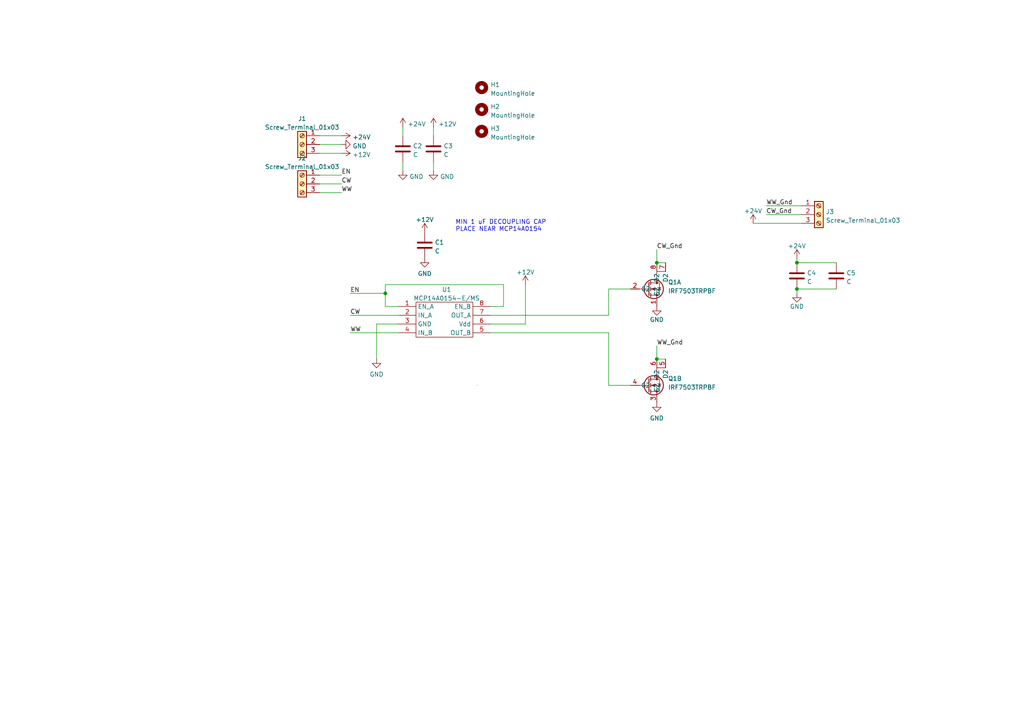
<source format=kicad_sch>
(kicad_sch (version 20211123) (generator eeschema)
  (paper "A4")
  (lib_symbols
    (symbol "Connector:Screw_Terminal_01x03" (pin_names (offset 1.016) hide)
      (property "Reference" "J" (at 0 5.08 0))
      (property "Value" "Screw_Terminal_01x03" (at 0 -5.08 0))
      (symbol "Screw_Terminal_01x03_1_1"
        (rectangle (start -1.27 3.81) (end 1.27 -3.81) (stroke (width 0.254)) (fill (type background)))
        (circle (center 0 -2.54) (radius 0.635) (stroke (width 0.1524)))
        (polyline (pts (xy -0.5334 -2.2098) (xy 0.3302 -3.048)) (stroke (width 0.1524)))
        (polyline (pts (xy -0.5334 0.3302) (xy 0.3302 -0.508)) (stroke (width 0.1524)))
        (polyline (pts (xy -0.5334 2.8702) (xy 0.3302 2.032)) (stroke (width 0.1524)))
        (polyline (pts (xy -0.3556 -2.032) (xy 0.508 -2.8702)) (stroke (width 0.1524)))
        (polyline (pts (xy -0.3556 0.508) (xy 0.508 -0.3302)) (stroke (width 0.1524)))
        (polyline (pts (xy -0.3556 3.048) (xy 0.508 2.2098)) (stroke (width 0.1524)))
        (circle (center 0 0) (radius 0.635) (stroke (width 0.1524)))
        (circle (center 0 2.54) (radius 0.635) (stroke (width 0.1524)))
        (pin passive line (at -5.08 2.54 0) (length 3.81) (name "Pin_1") (number "1"))
        (pin passive line (at -5.08 0 0) (length 3.81) (name "Pin_2") (number "2"))
        (pin passive line (at -5.08 -2.54 0) (length 3.81) (name "Pin_3") (number "3"))
      )
    )
    (symbol "Device:C" (pin_numbers hide) (pin_names (offset 0.254))
      (property "Reference" "C" (at 0.635 2.54 0))
      (property "Value" "C" (at 0.635 -2.54 0))
      (symbol "C_0_1"
        (polyline (pts (xy -2.032 -0.762) (xy 2.032 -0.762)) (stroke (width 0.508)))
        (polyline (pts (xy -2.032 0.762) (xy 2.032 0.762)) (stroke (width 0.508)))
      )
      (symbol "C_1_1"
        (pin passive line (at 0 3.81 270) (length 2.794) (name "~") (number "1"))
        (pin passive line (at 0 -3.81 90) (length 2.794) (name "~") (number "2"))
      )
    )
    (symbol "Mechanical:MountingHole" (pin_names (offset 1.016))
      (property "Reference" "H" (at 0 5.08 0))
      (property "Value" "MountingHole" (at 0 3.175 0))
      (symbol "MountingHole_0_1"
        (circle (center 0 0) (radius 1.27) (stroke (width 1.27)))
      )
    )
    (symbol "lightingsymbols:IRF7503TRPBF"
      (property "Reference" "Q" (at -12.7 10.16 0))
      (property "Value" "IRF7503TRPBF" (at -6.35 12.7 0))
      (symbol "IRF7503TRPBF_0_1"
        (polyline (pts (xy -1.016 0) (xy -3.81 0)))
        (polyline (pts (xy -1.016 1.905) (xy -1.016 -1.905)) (stroke (width 0.254)))
        (polyline (pts (xy -0.508 -1.27) (xy -0.508 -2.286)) (stroke (width 0.254)))
        (polyline (pts (xy -0.508 0.508) (xy -0.508 -0.508)) (stroke (width 0.254)))
        (polyline (pts (xy -0.508 2.286) (xy -0.508 1.27)) (stroke (width 0.254)))
        (polyline (pts (xy 1.27 2.54) (xy 1.27 1.778)))
        (polyline (pts (xy 1.27 -2.54) (xy 1.27 0) (xy -0.508 0)))
        (polyline (pts (xy 1.27 2.54) (xy 1.27 5.08) (xy 3.81 5.08)) (stroke (width 0.1524)))
        (polyline (pts (xy -0.508 -1.778) (xy 2.032 -1.778) (xy 2.032 1.778) (xy -0.508 1.778)))
        (polyline (pts (xy -0.254 0) (xy 0.762 0.381) (xy 0.762 -0.381) (xy -0.254 0)) (fill (type outline)))
        (polyline (pts (xy 1.524 0.508) (xy 1.651 0.381) (xy 2.413 0.381) (xy 2.54 0.254)))
        (polyline (pts (xy 2.032 0.381) (xy 1.651 -0.254) (xy 2.413 -0.254) (xy 2.032 0.381)))
        (circle (center 0.381 0) (radius 2.794) (stroke (width 0.254)))
        (circle (center 1.27 -1.778) (radius 0.254) (fill (type outline)))
        (circle (center 1.27 1.778) (radius 0.254) (fill (type outline)))
      )
      (symbol "IRF7503TRPBF_1_1"
        (pin passive line (at 1.27 -5.08 90) (length 2.54) (name "S2") (number "1"))
        (pin input line (at -6.35 0 0) (length 2.54) (name "G2") (number "2"))
        (pin passive line (at 3.81 7.62 270) (length 2.54) (name "D2") (number "7"))
        (pin passive line (at 1.27 7.62 270) (length 2.54) (name "D2") (number "8"))
      )
      (symbol "IRF7503TRPBF_2_1"
        (pin passive line (at 1.27 -5.08 90) (length 2.54) (name "S2") (number "3"))
        (pin input line (at -6.35 0 0) (length 2.54) (name "G2") (number "4"))
        (pin passive line (at 3.81 7.62 270) (length 2.54) (name "D2") (number "5"))
        (pin passive line (at 1.27 7.62 270) (length 2.54) (name "D2") (number "6"))
      )
    )
    (symbol "lightingsymbols:MCP14A0154-E{slash}MS"
      (property "Reference" "U" (at -7.62 3.81 0))
      (property "Value" "MCP14A0154-E{slash}MS" (at 0 -8.89 0))
      (symbol "MCP14A0154-E{slash}MS_0_1"
        (rectangle (start -8.89 2.54) (end 7.62 -7.62) (stroke (width 0.1524)))
        (rectangle (start 8.89 -21.59) (end 8.89 -21.59) (stroke (width 0.1524)))
      )
      (symbol "MCP14A0154-E{slash}MS_1_1"
        (pin input line (at -13.97 1.27 0) (length 5.08) (name "EN_A") (number "1"))
        (pin input line (at -13.97 -1.27 0) (length 5.08) (name "IN_A") (number "2"))
        (pin input line (at -13.97 -3.81 0) (length 5.08) (name "GND") (number "3"))
        (pin input line (at -13.97 -6.35 0) (length 5.08) (name "IN_B") (number "4"))
        (pin input line (at 12.7 -6.35 180) (length 5.08) (name "OUT_B") (number "5"))
        (pin input line (at 12.7 -3.81 180) (length 5.08) (name "Vdd") (number "6"))
        (pin input line (at 12.7 -1.27 180) (length 5.08) (name "OUT_A") (number "7"))
        (pin input line (at 12.7 1.27 180) (length 5.08) (name "EN_B") (number "8"))
      )
    )
    (symbol "power:+12V" (power) (pin_names (offset 0))
      (property "Value" "+12V" (at 0 3.556 0))
      (symbol "+12V_0_1"
        (polyline (pts (xy -0.762 1.27) (xy 0 2.54)))
        (polyline (pts (xy 0 0) (xy 0 2.54)))
        (polyline (pts (xy 0 2.54) (xy 0.762 1.27)))
      )
      (symbol "+12V_1_1"
        (pin power_in line (at 0 0 90) (length 0) hide (name "+12V") (number "1"))
      )
    )
    (symbol "power:+24V" (power) (pin_names (offset 0))
      (property "Value" "+24V" (at 0 3.556 0))
      (symbol "+24V_0_1"
        (polyline (pts (xy -0.762 1.27) (xy 0 2.54)))
        (polyline (pts (xy 0 0) (xy 0 2.54)))
        (polyline (pts (xy 0 2.54) (xy 0.762 1.27)))
      )
      (symbol "+24V_1_1"
        (pin power_in line (at 0 0 90) (length 0) hide (name "+24V") (number "1"))
      )
    )
    (symbol "power:GND" (power) (pin_names (offset 0))
      (property "Value" "GND" (at 0 -3.81 0))
      (symbol "GND_0_1"
        (polyline (pts (xy 0 0) (xy 0 -1.27) (xy 1.27 -1.27) (xy 0 -2.54) (xy -1.27 -1.27) (xy 0 -1.27)))
      )
      (symbol "GND_1_1"
        (pin power_in line (at 0 0 270) (length 0) hide (name "GND") (number "1"))
      )
    )
  )
  (junction (at 111.76 85.09))
  (junction (at 231.14 76.2))
  (junction (at 231.14 83.82))
  (junction (at 190.5 104.14))
  (junction (at 190.5 76.2))
  (wire (pts (xy 190.5 72.39) (xy 190.5 76.2)))
  (wire (pts (xy 193.04 104.14) (xy 190.5 104.14)))
  (wire (pts (xy 231.14 83.82) (xy 242.57 83.82)))
  (wire (pts (xy 101.6 96.52) (xy 115.57 96.52)))
  (wire (pts (xy 92.71 55.88) (xy 99.06 55.88)))
  (wire (pts (xy 146.05 88.9) (xy 146.05 82.55)))
  (wire (pts (xy 92.71 53.34) (xy 99.06 53.34)))
  (wire (pts (xy 231.14 74.93) (xy 231.14 76.2)))
  (wire (pts (xy 193.04 76.2) (xy 190.5 76.2)))
  (wire (pts (xy 111.76 85.09) (xy 111.76 88.9)))
  (wire (pts (xy 92.71 39.37) (xy 99.06 39.37)))
  (wire (pts (xy 142.24 91.44) (xy 176.53 91.44)))
  (wire (pts (xy 218.44 64.77) (xy 232.41 64.77)))
  (wire (pts (xy 222.25 59.69) (xy 232.41 59.69)))
  (wire (pts (xy 176.53 91.44) (xy 176.53 83.82)))
  (wire (pts (xy 190.5 100.33) (xy 190.5 104.14)))
  (wire (pts (xy 142.24 96.52) (xy 176.53 96.52)))
  (wire (pts (xy 152.4 93.98) (xy 152.4 82.55)))
  (wire (pts (xy 231.14 76.2) (xy 242.57 76.2)))
  (wire (pts (xy 125.73 39.37) (xy 125.73 36.83)))
  (wire (pts (xy 109.22 93.98) (xy 115.57 93.98)))
  (wire (pts (xy 92.71 41.91) (xy 99.06 41.91)))
  (wire (pts (xy 222.25 62.23) (xy 232.41 62.23)))
  (wire (pts (xy 142.24 88.9) (xy 146.05 88.9)))
  (wire (pts (xy 125.73 49.53) (xy 125.73 46.99)))
  (wire (pts (xy 176.53 96.52) (xy 176.53 111.76)))
  (wire (pts (xy 176.53 111.76) (xy 182.88 111.76)))
  (wire (pts (xy 176.53 83.82) (xy 182.88 83.82)))
  (wire (pts (xy 231.14 85.09) (xy 231.14 83.82)))
  (wire (pts (xy 116.84 36.83) (xy 116.84 39.37)))
  (wire (pts (xy 111.76 82.55) (xy 111.76 85.09)))
  (wire (pts (xy 101.6 85.09) (xy 111.76 85.09)))
  (wire (pts (xy 142.24 93.98) (xy 152.4 93.98)))
  (wire (pts (xy 111.76 88.9) (xy 115.57 88.9)))
  (wire (pts (xy 116.84 46.99) (xy 116.84 49.53)))
  (wire (pts (xy 92.71 44.45) (xy 99.06 44.45)))
  (wire (pts (xy 92.71 50.8) (xy 99.06 50.8)))
  (wire (pts (xy 146.05 82.55) (xy 111.76 82.55)))
  (wire (pts (xy 101.6 91.44) (xy 115.57 91.44)))
  (wire (pts (xy 109.22 104.14) (xy 109.22 93.98)))
  (text "MIN 1 uF DECOUPLING CAP\nPLACE NEAR MCP14A0154" (at 132.08 67.31 0) (effects (font (size 1.27 1.27)) (justify left bottom)))
  (label "WW_Gnd" (at 222.25 59.69 0))
  (label "WW" (at 99.06 55.88 0))
  (label "WW_Gnd" (at 190.5 100.33 0))
  (label "WW" (at 101.6 96.52 0))
  (label "CW" (at 101.6 91.44 0))
  (label "EN" (at 99.06 50.8 0))
  (label "CW_Gnd" (at 190.5 72.39 0))
  (label "CW_Gnd" (at 222.25 62.23 0))
  (label "CW" (at 99.06 53.34 0))
  (label "EN" (at 101.6 85.09 0))
  (symbol (lib_id "power:+12V") (at 99.06 44.45 270) (unit 1)
    (property "Reference" "#PWR0102" (effects hide))
    (property "Value" "+12V" (at 102.235 44.8838 90) (effects (justify left)))
  )
  (symbol (lib_id "lightingsymbols:MCP14A0154-E{slash}MS") (at 129.54 90.17 0) (unit 1)
    (property "Reference" "U1" (at 129.54 83.981 0))
    (property "Value" "MCP14A0154-E/MS" (at 129.54 86.5179 0))
    (property "Footprint" "Package_SO:MSOP-8_3x3mm_P0.65mm" (effects hide))
  )
  (symbol (lib_id "power:GND") (at 125.73 49.53 0) (unit 1)
    (property "Reference" "#PWR0114" (effects hide))
    (property "Value" "GND" (at 127.635 51.2338 0) (effects (justify left)))
  )
  (symbol (lib_id "power:GND") (at 123.19 74.93 0) (unit 1)
    (property "Reference" "#PWR0105" (effects hide))
    (property "Value" "GND" (at 123.19 79.3734 0))
  )
  (symbol (lib_id "power:GND") (at 116.84 49.53 0) (unit 1)
    (property "Reference" "#PWR0111" (effects hide))
    (property "Value" "GND" (at 118.745 51.2338 0) (effects (justify left)))
  )
  (symbol (lib_id "lightingsymbols:IRF7503TRPBF") (at 189.23 83.82 0) (unit 1)
    (property "Reference" "Q1" (at 193.7512 81.8677 0) (effects (justify left)))
    (property "Value" "IRF7503TRPBF" (at 193.7512 84.4046 0) (effects (justify left)))
    (property "Footprint" "micro8:IR Micro8" (effects hide))
  )
  (symbol (lib_id "power:+24V") (at 231.14 74.93 0) (unit 1)
    (property "Reference" "#PWR0115" (effects hide))
    (property "Value" "+24V" (at 231.14 71.3542 0))
  )
  (symbol (lib_id "Device:C") (at 116.84 43.18 0) (unit 1)
    (property "Reference" "C2" (at 119.761 42.3453 0) (effects (justify left)))
    (property "Value" "C" (at 119.761 44.8822 0) (effects (justify left)))
    (property "Footprint" "Capacitor_SMD:C_0805_2012Metric_Pad1.18x1.45mm_HandSolder" (effects hide))
  )
  (symbol (lib_id "power:GND") (at 190.5 88.9 0) (unit 1)
    (property "Reference" "#PWR0109" (effects hide))
    (property "Value" "GND" (at 190.5 92.71 0))
  )
  (symbol (lib_id "power:+24V") (at 218.44 64.77 0) (unit 1)
    (property "Reference" "#PWR0110" (effects hide))
    (property "Value" "+24V" (at 218.44 61.1942 0))
  )
  (symbol (lib_id "lightingsymbols:IRF7503TRPBF") (at 189.23 111.76 0) (unit 2)
    (property "Reference" "Q1" (at 193.7512 109.8077 0) (effects (justify left)))
    (property "Value" "IRF7503TRPBF" (at 193.7512 112.3446 0) (effects (justify left)))
    (property "Footprint" "micro8:IR Micro8" (effects hide))
  )
  (symbol (lib_id "Mechanical:MountingHole") (at 139.7 38.1 0) (unit 1)
    (property "Reference" "H3" (at 142.24 37.2653 0) (effects (justify left)))
    (property "Value" "MountingHole" (at 142.24 39.8022 0) (effects (justify left)))
    (property "Footprint" "MountingHole:MountingHole_3.2mm_M3" (effects hide))
  )
  (symbol (lib_id "Connector:Screw_Terminal_01x03") (at 237.49 62.23 0) (unit 1)
    (property "Reference" "J3" (at 239.522 61.3953 0) (effects (justify left)))
    (property "Value" "Screw_Terminal_01x03" (at 239.522 63.9322 0) (effects (justify left)))
    (property "Footprint" "Wago2060:2060-453" (effects hide))
  )
  (symbol (lib_id "Device:C") (at 231.14 80.01 0) (unit 1)
    (property "Reference" "C4" (at 234.061 79.1753 0) (effects (justify left)))
    (property "Value" "C" (at 234.061 81.7122 0) (effects (justify left)))
    (property "Footprint" "Capacitor_SMD:C_0805_2012Metric_Pad1.18x1.45mm_HandSolder" (effects hide))
  )
  (symbol (lib_id "power:GND") (at 109.22 104.14 0) (unit 1)
    (property "Reference" "#PWR0101" (effects hide))
    (property "Value" "GND" (at 109.22 108.5834 0))
  )
  (symbol (lib_id "Device:C") (at 242.57 80.01 0) (unit 1)
    (property "Reference" "C5" (at 245.491 79.1753 0) (effects (justify left)))
    (property "Value" "C" (at 245.491 81.7122 0) (effects (justify left)))
    (property "Footprint" "Capacitor_SMD:C_0805_2012Metric_Pad1.18x1.45mm_HandSolder" (effects hide))
  )
  (symbol (lib_id "power:GND") (at 99.06 41.91 90) (unit 1)
    (property "Reference" "#PWR0104" (effects hide))
    (property "Value" "GND" (at 102.235 42.3438 90) (effects (justify right)))
  )
  (symbol (lib_id "power:GND") (at 190.5 116.84 0) (unit 1)
    (property "Reference" "#PWR0108" (effects hide))
    (property "Value" "GND" (at 190.5 121.2834 0))
  )
  (symbol (lib_id "power:+24V") (at 99.06 39.37 270) (unit 1)
    (property "Reference" "#PWR0103" (effects hide))
    (property "Value" "+24V" (at 102.235 39.8038 90) (effects (justify left)))
  )
  (symbol (lib_id "Connector:Screw_Terminal_01x03") (at 87.63 41.91 0) (mirror y) (unit 1)
    (property "Reference" "J1" (at 87.63 34.4002 0))
    (property "Value" "Screw_Terminal_01x03" (at 87.63 36.9371 0))
    (property "Footprint" "Wago2060:2060-453" (effects hide))
  )
  (symbol (lib_id "Mechanical:MountingHole") (at 139.7 25.4 0) (unit 1)
    (property "Reference" "H1" (at 142.24 24.5653 0) (effects (justify left)))
    (property "Value" "MountingHole" (at 142.24 27.1022 0) (effects (justify left)))
    (property "Footprint" "MountingHole:MountingHole_3.2mm_M3" (effects hide))
  )
  (symbol (lib_id "Connector:Screw_Terminal_01x03") (at 87.63 53.34 0) (mirror y) (unit 1)
    (property "Reference" "J2" (at 87.63 45.8302 0))
    (property "Value" "Screw_Terminal_01x03" (at 87.63 48.3671 0))
    (property "Footprint" "Wago2060:2060-453" (effects hide))
  )
  (symbol (lib_id "Mechanical:MountingHole") (at 139.7 31.75 0) (unit 1)
    (property "Reference" "H2" (at 142.24 30.9153 0) (effects (justify left)))
    (property "Value" "MountingHole" (at 142.24 33.4522 0) (effects (justify left)))
    (property "Footprint" "MountingHole:MountingHole_3.2mm_M3" (effects hide))
  )
  (symbol (lib_id "Device:C") (at 123.19 71.12 0) (unit 1)
    (property "Reference" "C1" (at 126.111 70.2853 0) (effects (justify left)))
    (property "Value" "C" (at 126.111 72.8222 0) (effects (justify left)))
    (property "Footprint" "Capacitor_SMD:C_0805_2012Metric_Pad1.18x1.45mm_HandSolder" (effects hide))
  )
  (symbol (lib_id "power:+12V") (at 123.19 67.31 0) (unit 1)
    (property "Reference" "#PWR0106" (effects hide))
    (property "Value" "+12V" (at 123.19 63.7342 0))
  )
  (symbol (lib_id "power:+12V") (at 152.4 82.55 0) (unit 1)
    (property "Reference" "#PWR0107" (effects hide))
    (property "Value" "+12V" (at 152.4 78.9742 0))
  )
  (symbol (lib_id "power:GND") (at 231.14 85.09 0) (unit 1)
    (property "Reference" "#PWR0116" (effects hide))
    (property "Value" "GND" (at 231.14 88.9 0))
  )
  (symbol (lib_id "power:+12V") (at 125.73 36.83 0) (unit 1)
    (property "Reference" "#PWR0112" (effects hide))
    (property "Value" "+12V" (at 127.127 35.9938 0) (effects (justify left)))
  )
  (symbol (lib_id "power:+24V") (at 116.84 36.83 0) (unit 1)
    (property "Reference" "#PWR0113" (effects hide))
    (property "Value" "+24V" (at 118.237 35.9938 0) (effects (justify left)))
  )
  (symbol (lib_id "Device:C") (at 125.73 43.18 0) (unit 1)
    (property "Reference" "C3" (at 128.651 42.3453 0) (effects (justify left)))
    (property "Value" "C" (at 128.651 44.8822 0) (effects (justify left)))
    (property "Footprint" "Capacitor_SMD:C_0805_2012Metric_Pad1.18x1.45mm_HandSolder" (effects hide))
  )
)
</source>
